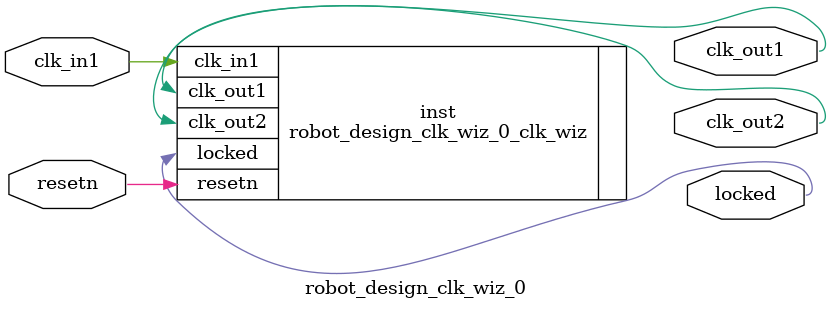
<source format=v>


`timescale 1ps/1ps

(* CORE_GENERATION_INFO = "robot_design_clk_wiz_0,clk_wiz_v6_0_12_0_0,{component_name=robot_design_clk_wiz_0,use_phase_alignment=true,use_min_o_jitter=false,use_max_i_jitter=false,use_dyn_phase_shift=false,use_inclk_switchover=false,use_dyn_reconfig=false,enable_axi=0,feedback_source=FDBK_AUTO,PRIMITIVE=MMCM,num_out_clk=2,clkin1_period=10.000,clkin2_period=10.000,use_power_down=false,use_reset=true,use_locked=true,use_inclk_stopped=false,feedback_type=SINGLE,CLOCK_MGR_TYPE=NA,manual_override=false}" *)

module robot_design_clk_wiz_0 
 (
  // Clock out ports
  output        clk_out1,
  output        clk_out2,
  // Status and control signals
  input         resetn,
  output        locked,
 // Clock in ports
  input         clk_in1
 );

  robot_design_clk_wiz_0_clk_wiz inst
  (
  // Clock out ports  
  .clk_out1(clk_out1),
  .clk_out2(clk_out2),
  // Status and control signals               
  .resetn(resetn), 
  .locked(locked),
 // Clock in ports
  .clk_in1(clk_in1)
  );

endmodule

</source>
